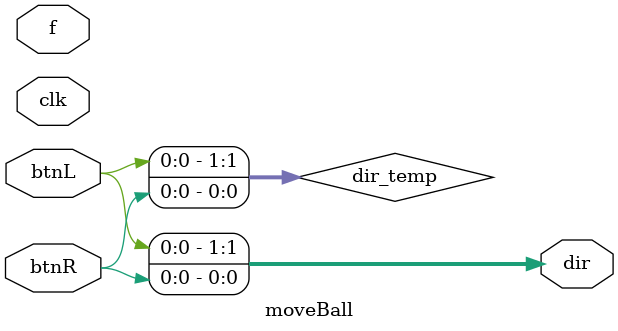
<source format=v>
`timescale 1ns / 1ps

module moveBall(
	input clk,
	input f,
	input btnL,
	input btnR,
	output [1:0] dir // 00 or 11 -- stay, 01 -- right, 10 -- left
	);

reg [1:0] dir_temp;

initial dir_temp = 2'b00;

always @ (clk) dir_temp = {btnL, btnR};

always @ (f) dir = dir_temp;

endmodule

</source>
